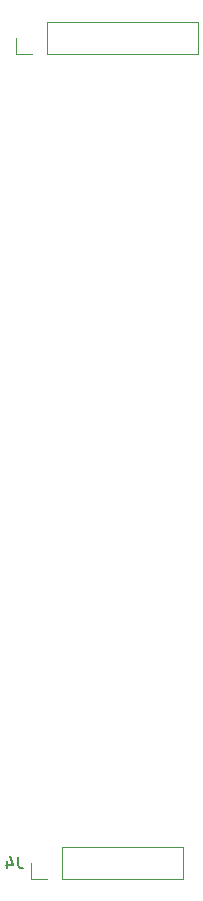
<source format=gbr>
%TF.GenerationSoftware,KiCad,Pcbnew,(6.0.5)*%
%TF.CreationDate,2023-02-15T12:36:22-05:00*%
%TF.ProjectId,wow_and_flutter,776f775f-616e-4645-9f66-6c7574746572,rev?*%
%TF.SameCoordinates,Original*%
%TF.FileFunction,Legend,Bot*%
%TF.FilePolarity,Positive*%
%FSLAX46Y46*%
G04 Gerber Fmt 4.6, Leading zero omitted, Abs format (unit mm)*
G04 Created by KiCad (PCBNEW (6.0.5)) date 2023-02-15 12:36:22*
%MOMM*%
%LPD*%
G01*
G04 APERTURE LIST*
%ADD10C,0.150000*%
%ADD11C,0.120000*%
G04 APERTURE END LIST*
D10*
%TO.C,J4*%
X132183333Y-145502380D02*
X132183333Y-146216666D01*
X132230952Y-146359523D01*
X132326190Y-146454761D01*
X132469047Y-146502380D01*
X132564285Y-146502380D01*
X131278571Y-145835714D02*
X131278571Y-146502380D01*
X131516666Y-145454761D02*
X131754761Y-146169047D01*
X131135714Y-146169047D01*
D11*
%TO.C,J6*%
X132045000Y-76200000D02*
X132045000Y-77530000D01*
X134645000Y-74870000D02*
X147405000Y-74870000D01*
X132045000Y-77530000D02*
X133375000Y-77530000D01*
X134645000Y-77530000D02*
X147405000Y-77530000D01*
X134645000Y-74870000D02*
X134645000Y-77530000D01*
X147405000Y-74870000D02*
X147405000Y-77530000D01*
%TO.C,J4*%
X135890000Y-144720000D02*
X135890000Y-147380000D01*
X135890000Y-144720000D02*
X146110000Y-144720000D01*
X133290000Y-147380000D02*
X134620000Y-147380000D01*
X133290000Y-146050000D02*
X133290000Y-147380000D01*
X135890000Y-147380000D02*
X146110000Y-147380000D01*
X146110000Y-144720000D02*
X146110000Y-147380000D01*
%TD*%
M02*

</source>
